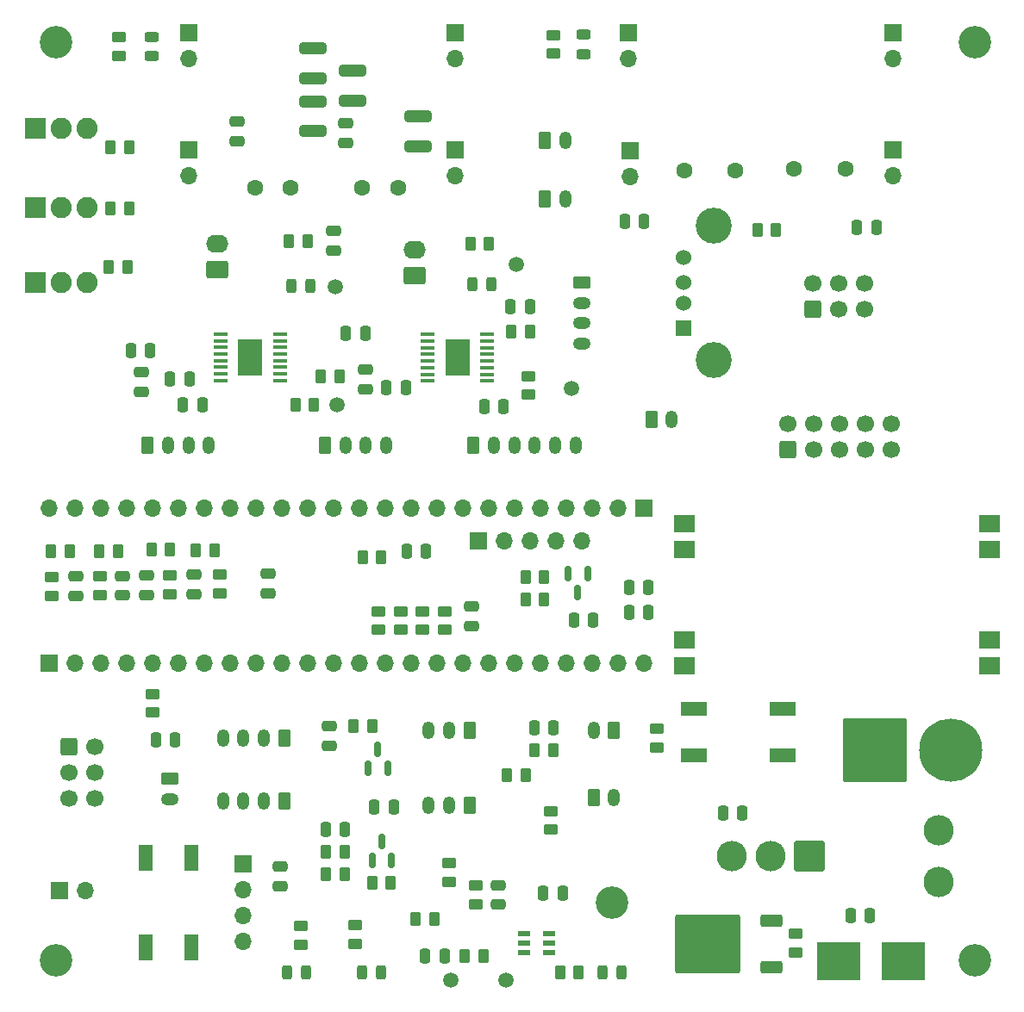
<source format=gts>
%TF.GenerationSoftware,KiCad,Pcbnew,7.0.11+dfsg-1build4*%
%TF.CreationDate,2024-09-19T14:44:05+02:00*%
%TF.ProjectId,robobot_v85,726f626f-626f-4745-9f76-38352e6b6963,v8.0*%
%TF.SameCoordinates,Original*%
%TF.FileFunction,Soldermask,Top*%
%TF.FilePolarity,Negative*%
%FSLAX46Y46*%
G04 Gerber Fmt 4.6, Leading zero omitted, Abs format (unit mm)*
G04 Created by KiCad (PCBNEW 7.0.11+dfsg-1build4) date 2024-09-19 14:44:05*
%MOMM*%
%LPD*%
G01*
G04 APERTURE LIST*
G04 Aperture macros list*
%AMRoundRect*
0 Rectangle with rounded corners*
0 $1 Rounding radius*
0 $2 $3 $4 $5 $6 $7 $8 $9 X,Y pos of 4 corners*
0 Add a 4 corners polygon primitive as box body*
4,1,4,$2,$3,$4,$5,$6,$7,$8,$9,$2,$3,0*
0 Add four circle primitives for the rounded corners*
1,1,$1+$1,$2,$3*
1,1,$1+$1,$4,$5*
1,1,$1+$1,$6,$7*
1,1,$1+$1,$8,$9*
0 Add four rect primitives between the rounded corners*
20,1,$1+$1,$2,$3,$4,$5,0*
20,1,$1+$1,$4,$5,$6,$7,0*
20,1,$1+$1,$6,$7,$8,$9,0*
20,1,$1+$1,$8,$9,$2,$3,0*%
G04 Aperture macros list end*
%ADD10RoundRect,0.250000X-0.350000X-0.625000X0.350000X-0.625000X0.350000X0.625000X-0.350000X0.625000X0*%
%ADD11O,1.200000X1.750000*%
%ADD12RoundRect,0.250000X-0.250000X-0.475000X0.250000X-0.475000X0.250000X0.475000X-0.250000X0.475000X0*%
%ADD13RoundRect,0.250000X0.262500X0.450000X-0.262500X0.450000X-0.262500X-0.450000X0.262500X-0.450000X0*%
%ADD14RoundRect,0.250000X-0.475000X0.250000X-0.475000X-0.250000X0.475000X-0.250000X0.475000X0.250000X0*%
%ADD15RoundRect,0.243750X-0.456250X0.243750X-0.456250X-0.243750X0.456250X-0.243750X0.456250X0.243750X0*%
%ADD16R,1.700000X1.700000*%
%ADD17O,1.700000X1.700000*%
%ADD18RoundRect,0.250000X-0.625000X0.350000X-0.625000X-0.350000X0.625000X-0.350000X0.625000X0.350000X0*%
%ADD19O,1.750000X1.200000*%
%ADD20RoundRect,0.250000X-1.075000X0.312500X-1.075000X-0.312500X1.075000X-0.312500X1.075000X0.312500X0*%
%ADD21RoundRect,0.243750X0.243750X0.456250X-0.243750X0.456250X-0.243750X-0.456250X0.243750X-0.456250X0*%
%ADD22RoundRect,0.250000X0.450000X-0.262500X0.450000X0.262500X-0.450000X0.262500X-0.450000X-0.262500X0*%
%ADD23RoundRect,0.150000X0.150000X-0.587500X0.150000X0.587500X-0.150000X0.587500X-0.150000X-0.587500X0*%
%ADD24RoundRect,0.250000X0.250000X0.475000X-0.250000X0.475000X-0.250000X-0.475000X0.250000X-0.475000X0*%
%ADD25RoundRect,0.250000X1.075000X-0.312500X1.075000X0.312500X-1.075000X0.312500X-1.075000X-0.312500X0*%
%ADD26C,3.200000*%
%ADD27RoundRect,0.250000X-0.262500X-0.450000X0.262500X-0.450000X0.262500X0.450000X-0.262500X0.450000X0*%
%ADD28RoundRect,0.250000X-0.450000X0.262500X-0.450000X-0.262500X0.450000X-0.262500X0.450000X0.262500X0*%
%ADD29RoundRect,0.101600X1.387500X-1.387500X1.387500X1.387500X-1.387500X1.387500X-1.387500X-1.387500X0*%
%ADD30C,2.978200*%
%ADD31C,1.500000*%
%ADD32RoundRect,0.250000X0.350000X0.625000X-0.350000X0.625000X-0.350000X-0.625000X0.350000X-0.625000X0*%
%ADD33R,4.240000X3.810000*%
%ADD34R,1.524000X1.524000*%
%ADD35C,1.524000*%
%ADD36C,3.530000*%
%ADD37R,1.475000X0.450000*%
%ADD38R,2.460000X3.550000*%
%ADD39RoundRect,0.101600X-0.939800X-0.939800X0.939800X-0.939800X0.939800X0.939800X-0.939800X0.939800X0*%
%ADD40C,2.082800*%
%ADD41C,1.600000*%
%ADD42R,2.000000X1.800000*%
%ADD43RoundRect,0.250000X0.600000X-0.600000X0.600000X0.600000X-0.600000X0.600000X-0.600000X-0.600000X0*%
%ADD44C,1.700000*%
%ADD45RoundRect,0.250000X0.475000X-0.250000X0.475000X0.250000X-0.475000X0.250000X-0.475000X-0.250000X0*%
%ADD46RoundRect,0.250000X0.845000X-0.620000X0.845000X0.620000X-0.845000X0.620000X-0.845000X-0.620000X0*%
%ADD47O,2.190000X1.740000*%
%ADD48RoundRect,0.101600X-2.999993X2.999993X-2.999993X-2.999993X2.999993X-2.999993X2.999993X2.999993X0*%
%ADD49C,6.203187*%
%ADD50RoundRect,0.250000X0.850000X0.350000X-0.850000X0.350000X-0.850000X-0.350000X0.850000X-0.350000X0*%
%ADD51RoundRect,0.249997X2.950003X2.650003X-2.950003X2.650003X-2.950003X-2.650003X2.950003X-2.650003X0*%
%ADD52R,1.400000X2.500000*%
%ADD53R,2.500000X1.400000*%
%ADD54RoundRect,0.150000X-0.150000X0.587500X-0.150000X-0.587500X0.150000X-0.587500X0.150000X0.587500X0*%
%ADD55RoundRect,0.250000X-0.600000X-0.600000X0.600000X-0.600000X0.600000X0.600000X-0.600000X0.600000X0*%
%ADD56R,1.150000X0.600000*%
G04 APERTURE END LIST*
D10*
X144400000Y-99650000D03*
D11*
X146400000Y-99650000D03*
X148400000Y-99650000D03*
X150400000Y-99650000D03*
X152400000Y-99650000D03*
X154400000Y-99650000D03*
D12*
X113173188Y-128588015D03*
X115073188Y-128588015D03*
D13*
X104725913Y-109997739D03*
X102900913Y-109997739D03*
D14*
X146800000Y-142875000D03*
X146800000Y-144775000D03*
D10*
X156200000Y-134200000D03*
D11*
X158200000Y-134200000D03*
D13*
X149912500Y-88400000D03*
X148087500Y-88400000D03*
D15*
X112800000Y-59462500D03*
X112800000Y-61337500D03*
D16*
X159600000Y-59060000D03*
D17*
X159600000Y-61600000D03*
D13*
X135312500Y-110600000D03*
X133487500Y-110600000D03*
D18*
X114550000Y-132400000D03*
D19*
X114550000Y-134400000D03*
D10*
X161869565Y-97052504D03*
D11*
X163869565Y-97052504D03*
D20*
X128609597Y-65802354D03*
X128609597Y-68727354D03*
D21*
X127937500Y-151400000D03*
X126062500Y-151400000D03*
D14*
X121133276Y-67786415D03*
X121133276Y-69686415D03*
D22*
X141598840Y-117752500D03*
X141598840Y-115927500D03*
D23*
X134050000Y-131337500D03*
X135950000Y-131337500D03*
X135000000Y-129462500D03*
D16*
X103725000Y-143400000D03*
D17*
X106265000Y-143400000D03*
D12*
X139650000Y-149800000D03*
X141550000Y-149800000D03*
D10*
X151400000Y-69600000D03*
D11*
X153400000Y-69600000D03*
D22*
X142000000Y-142512500D03*
X142000000Y-140687500D03*
D24*
X116475000Y-93075000D03*
X114575000Y-93075000D03*
D25*
X132518506Y-65726780D03*
X132518506Y-62801780D03*
D26*
X103400000Y-150200000D03*
D27*
X112774756Y-109891660D03*
X114599756Y-109891660D03*
D22*
X176060100Y-149477100D03*
X176060100Y-147652100D03*
D28*
X114599756Y-112429314D03*
X114599756Y-114254314D03*
X162400000Y-127487500D03*
X162400000Y-129312500D03*
D24*
X133750000Y-88600000D03*
X131850000Y-88600000D03*
D16*
X102720000Y-121000000D03*
D17*
X105260000Y-121000000D03*
X107800000Y-121000000D03*
X110340000Y-121000000D03*
X112880000Y-121000000D03*
X115420000Y-121000000D03*
X117960000Y-121000000D03*
X120500000Y-121000000D03*
X123040000Y-121000000D03*
X125580000Y-121000000D03*
X128120000Y-121000000D03*
X130660000Y-121000000D03*
X133200000Y-121000000D03*
X135740000Y-121000000D03*
X138280000Y-121000000D03*
X140820000Y-121000000D03*
X143360000Y-121000000D03*
X145900000Y-121000000D03*
X148440000Y-121000000D03*
X150980000Y-121000000D03*
X153520000Y-121000000D03*
X156060000Y-121000000D03*
X158600000Y-121000000D03*
X161140000Y-121000000D03*
D24*
X112625000Y-90275000D03*
X110725000Y-90275000D03*
D12*
X159250000Y-77600000D03*
X161150000Y-77600000D03*
D29*
X177400000Y-140000000D03*
D30*
X173590000Y-140000000D03*
X169780000Y-140000000D03*
X190100000Y-142540000D03*
X190100000Y-137460000D03*
D22*
X152000000Y-137400000D03*
X152000000Y-135575000D03*
D12*
X150362500Y-127400000D03*
X152262500Y-127400000D03*
D26*
X193600000Y-150200000D03*
D31*
X154000000Y-94000000D03*
D22*
X112877776Y-125888418D03*
X112877776Y-124063418D03*
D14*
X105338668Y-112485044D03*
X105338668Y-114385044D03*
D24*
X156150000Y-116800000D03*
X154250000Y-116800000D03*
D32*
X125800000Y-128400000D03*
D11*
X123800000Y-128400000D03*
X121800000Y-128400000D03*
X119800000Y-128400000D03*
D12*
X168900000Y-135800000D03*
X170800000Y-135800000D03*
D14*
X112273572Y-112415830D03*
X112273572Y-114315830D03*
D13*
X110548325Y-76340181D03*
X108723325Y-76340181D03*
D33*
X180241100Y-150342600D03*
X186611100Y-150342600D03*
D24*
X161550000Y-113600000D03*
X159650000Y-113600000D03*
D34*
X165000000Y-88130000D03*
D35*
X165000000Y-85630000D03*
X165000000Y-83630000D03*
X165000000Y-81130000D03*
D36*
X168000000Y-91200000D03*
X168000000Y-78060000D03*
D10*
X129800000Y-99600000D03*
D11*
X131800000Y-99600000D03*
X133800000Y-99600000D03*
X135800000Y-99600000D03*
D27*
X149487500Y-114800000D03*
X151312500Y-114800000D03*
D14*
X131829424Y-67961272D03*
X131829424Y-69861272D03*
D20*
X128653100Y-60608949D03*
X128653100Y-63533949D03*
D26*
X158000000Y-144600000D03*
D31*
X131000000Y-95600000D03*
X130801446Y-84069061D03*
X147600000Y-152200000D03*
D37*
X145738000Y-93275000D03*
X145738000Y-92625000D03*
X145738000Y-91975000D03*
X145738000Y-91325000D03*
X145738000Y-90675000D03*
X145738000Y-90025000D03*
X145738000Y-89375000D03*
X145738000Y-88725000D03*
X139862000Y-88725000D03*
X139862000Y-89375000D03*
X139862000Y-90025000D03*
X139862000Y-90675000D03*
X139862000Y-91325000D03*
X139862000Y-91975000D03*
X139862000Y-92625000D03*
X139862000Y-93275000D03*
D38*
X142800000Y-91000000D03*
D39*
X101320000Y-76200000D03*
D40*
X103860000Y-76200000D03*
X106400000Y-76200000D03*
D15*
X155200000Y-59262500D03*
X155200000Y-61137500D03*
D41*
X180900000Y-72400000D03*
X175900000Y-72400000D03*
D42*
X195086000Y-121300000D03*
X195086000Y-118760000D03*
X195086000Y-109840000D03*
X195086000Y-107300000D03*
X165086000Y-121300000D03*
X165086000Y-118760000D03*
X165086000Y-109840000D03*
X165086000Y-107300000D03*
D28*
X152200000Y-59287500D03*
X152200000Y-61112500D03*
D21*
X135337500Y-151400000D03*
X133462500Y-151400000D03*
D14*
X109927593Y-112439728D03*
X109927593Y-114339728D03*
D24*
X136550000Y-135200000D03*
X134650000Y-135200000D03*
D16*
X161140000Y-105800000D03*
D17*
X158600000Y-105800000D03*
X156060000Y-105800000D03*
X153520000Y-105800000D03*
X150980000Y-105800000D03*
X148440000Y-105800000D03*
X145900000Y-105800000D03*
X143360000Y-105800000D03*
X140820000Y-105800000D03*
X138280000Y-105800000D03*
X135740000Y-105800000D03*
X133200000Y-105800000D03*
X130660000Y-105800000D03*
X128120000Y-105800000D03*
X125580000Y-105800000D03*
X123040000Y-105800000D03*
X120500000Y-105800000D03*
X117960000Y-105800000D03*
X115420000Y-105800000D03*
X112880000Y-105800000D03*
X110340000Y-105800000D03*
X107800000Y-105800000D03*
X105260000Y-105800000D03*
X102720000Y-105800000D03*
D21*
X128337500Y-83943750D03*
X126462500Y-83943750D03*
D39*
X101320000Y-83600000D03*
D40*
X103860000Y-83600000D03*
X106400000Y-83600000D03*
D10*
X112400000Y-99650000D03*
D11*
X114400000Y-99650000D03*
X116400000Y-99650000D03*
X118400000Y-99650000D03*
D16*
X116400000Y-59060000D03*
D17*
X116400000Y-61600000D03*
D43*
X177720000Y-86200000D03*
D44*
X177720000Y-83660000D03*
X180260000Y-86200000D03*
X180260000Y-83660000D03*
X182800000Y-86200000D03*
X182800000Y-83660000D03*
D13*
X136262500Y-142600000D03*
X134437500Y-142600000D03*
D28*
X102928688Y-112591694D03*
X102928688Y-114416694D03*
D45*
X111800000Y-94350000D03*
X111800000Y-92450000D03*
D12*
X181450000Y-145800000D03*
X183350000Y-145800000D03*
D28*
X107666026Y-112494275D03*
X107666026Y-114319275D03*
D41*
X136964190Y-74251526D03*
X133464190Y-74251526D03*
D27*
X117129712Y-109917179D03*
X118954712Y-109917179D03*
D24*
X149936306Y-85983635D03*
X148036306Y-85983635D03*
D13*
X145362500Y-149800000D03*
X143537500Y-149800000D03*
D16*
X185600000Y-59060000D03*
D17*
X185600000Y-61600000D03*
D18*
X155000000Y-83600000D03*
D19*
X155000000Y-85600000D03*
X155000000Y-87600000D03*
X155000000Y-89600000D03*
D24*
X161550000Y-116000000D03*
X159650000Y-116000000D03*
D37*
X125413000Y-93225000D03*
X125413000Y-92575000D03*
X125413000Y-91925000D03*
X125413000Y-91275000D03*
X125413000Y-90625000D03*
X125413000Y-89975000D03*
X125413000Y-89325000D03*
X125413000Y-88675000D03*
X119537000Y-88675000D03*
X119537000Y-89325000D03*
X119537000Y-89975000D03*
X119537000Y-90625000D03*
X119537000Y-91275000D03*
X119537000Y-91925000D03*
X119537000Y-92575000D03*
X119537000Y-93225000D03*
D38*
X122475000Y-90950000D03*
D32*
X125800000Y-134550000D03*
D11*
X123800000Y-134550000D03*
X121800000Y-134550000D03*
X119800000Y-134550000D03*
D13*
X145912500Y-79800000D03*
X144087500Y-79800000D03*
D27*
X138687500Y-146200000D03*
X140512500Y-146200000D03*
D22*
X127400000Y-148712500D03*
X127400000Y-146887500D03*
D46*
X138600000Y-82940000D03*
D47*
X138600000Y-80400000D03*
D13*
X110548325Y-70313233D03*
X108723325Y-70313233D03*
D22*
X139406323Y-117752500D03*
X139406323Y-115927500D03*
D46*
X119200000Y-82340000D03*
D47*
X119200000Y-79800000D03*
D12*
X115850000Y-95600000D03*
X117750000Y-95600000D03*
D27*
X129887500Y-141800000D03*
X131712500Y-141800000D03*
D48*
X183794400Y-129540000D03*
D49*
X191294409Y-129540000D03*
D45*
X133800000Y-94075000D03*
X133800000Y-92175000D03*
D16*
X116400000Y-70600000D03*
D17*
X116400000Y-73140000D03*
D26*
X103400000Y-60000000D03*
D31*
X148619037Y-81828474D03*
D16*
X144840000Y-109000000D03*
D17*
X147380000Y-109000000D03*
X149920000Y-109000000D03*
X152460000Y-109000000D03*
X155000000Y-109000000D03*
D21*
X158937500Y-151400000D03*
X157062500Y-151400000D03*
D13*
X149512500Y-132000000D03*
X147687500Y-132000000D03*
D20*
X138970819Y-67292876D03*
X138970819Y-70217876D03*
D50*
X173680180Y-150895874D03*
D51*
X167380180Y-148615874D03*
D50*
X173680180Y-146335874D03*
D45*
X144200000Y-117350000D03*
X144200000Y-115450000D03*
D24*
X139750000Y-110000000D03*
X137850000Y-110000000D03*
D27*
X126887500Y-95600000D03*
X128712500Y-95600000D03*
D41*
X170100000Y-72600000D03*
X165100000Y-72600000D03*
D28*
X119463594Y-112338684D03*
X119463594Y-114163684D03*
D13*
X134437500Y-127200000D03*
X132612500Y-127200000D03*
D10*
X151400000Y-75400000D03*
D11*
X153400000Y-75400000D03*
D24*
X153150000Y-143600000D03*
X151250000Y-143600000D03*
D13*
X110380910Y-82116006D03*
X108555910Y-82116006D03*
X152225000Y-129600000D03*
X150400000Y-129600000D03*
D16*
X121800000Y-140780000D03*
D17*
X121800000Y-143320000D03*
X121800000Y-145860000D03*
X121800000Y-148400000D03*
D52*
X112150000Y-140200000D03*
X112150000Y-149000000D03*
X116650000Y-140200000D03*
X116650000Y-149000000D03*
D53*
X166000000Y-130050000D03*
X174800000Y-130050000D03*
X166000000Y-125550000D03*
X174800000Y-125550000D03*
D13*
X109446253Y-109997739D03*
X107621253Y-109997739D03*
D22*
X137213807Y-117752500D03*
X137213807Y-115927500D03*
D14*
X116956973Y-112344968D03*
X116956973Y-114244968D03*
D27*
X126287500Y-79543750D03*
X128112500Y-79543750D03*
D22*
X149800000Y-94625000D03*
X149800000Y-92800000D03*
D14*
X124240645Y-112250281D03*
X124240645Y-114150281D03*
D22*
X132800000Y-148600000D03*
X132800000Y-146775000D03*
D39*
X101320000Y-68485616D03*
D40*
X103860000Y-68485616D03*
X106400000Y-68485616D03*
D13*
X174112500Y-78400000D03*
X172287500Y-78400000D03*
D54*
X155600000Y-112200000D03*
X153700000Y-112200000D03*
X154650000Y-114075000D03*
D16*
X142600000Y-70600000D03*
D17*
X142600000Y-73140000D03*
D14*
X130650395Y-78567739D03*
X130650395Y-80467739D03*
D13*
X154712500Y-151400000D03*
X152887500Y-151400000D03*
D12*
X182050000Y-78200000D03*
X183950000Y-78200000D03*
D32*
X144000000Y-127600000D03*
D11*
X142000000Y-127600000D03*
X140000000Y-127600000D03*
D14*
X125400000Y-141050000D03*
X125400000Y-142950000D03*
D12*
X145450000Y-95800000D03*
X147350000Y-95800000D03*
D22*
X135021291Y-117752500D03*
X135021291Y-115927500D03*
D13*
X131712500Y-139600000D03*
X129887500Y-139600000D03*
D41*
X126428037Y-74251526D03*
X122928037Y-74251526D03*
D13*
X131200000Y-92875000D03*
X129375000Y-92875000D03*
D23*
X134450000Y-140400000D03*
X136350000Y-140400000D03*
X135400000Y-138525000D03*
D28*
X109600000Y-59487500D03*
X109600000Y-61312500D03*
D22*
X144600000Y-144737500D03*
X144600000Y-142912500D03*
D32*
X158200000Y-127600000D03*
D11*
X156200000Y-127600000D03*
D16*
X185600000Y-70600000D03*
D17*
X185600000Y-73140000D03*
D43*
X175289069Y-100004677D03*
D44*
X175289069Y-97464677D03*
X177829069Y-100004677D03*
X177829069Y-97464677D03*
X180369069Y-100004677D03*
X180369069Y-97464677D03*
X182909069Y-100004677D03*
X182909069Y-97464677D03*
X185449069Y-100004677D03*
X185449069Y-97464677D03*
D31*
X142200000Y-152200000D03*
D32*
X144000000Y-135000000D03*
D11*
X142000000Y-135000000D03*
X140000000Y-135000000D03*
D16*
X142600000Y-59060000D03*
D17*
X142600000Y-61600000D03*
D55*
X104666376Y-129215004D03*
D44*
X107206376Y-129215004D03*
X104666376Y-131755004D03*
X107206376Y-131755004D03*
X104666376Y-134295004D03*
X107206376Y-134295004D03*
D27*
X149487500Y-112600000D03*
X151312500Y-112600000D03*
D16*
X159800000Y-70660000D03*
D17*
X159800000Y-73200000D03*
D12*
X129850000Y-137400000D03*
X131750000Y-137400000D03*
D56*
X149350000Y-147600000D03*
X149350000Y-148550000D03*
X149350000Y-149500000D03*
X151850000Y-149500000D03*
X151850000Y-148550000D03*
X151850000Y-147600000D03*
D14*
X130200000Y-127250000D03*
X130200000Y-129150000D03*
D21*
X146137500Y-83800000D03*
X144262500Y-83800000D03*
D26*
X193600000Y-60000000D03*
D24*
X137750000Y-93925000D03*
X135850000Y-93925000D03*
M02*

</source>
